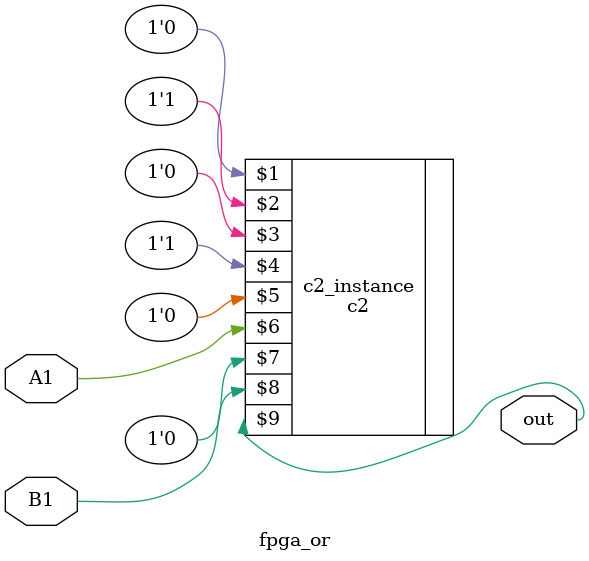
<source format=v>
`include "c2.v"

module fpga_or(input A1, B1, output out);

    c2 c2_instance(1'b0, 1'b1, 1'b0, 1'b1, 1'b0, A1, 1'b0, B1, out);
    //     c2(input d0, d1, d2, d3, A0, A1, B0, B1, output reg out);

endmodule
</source>
